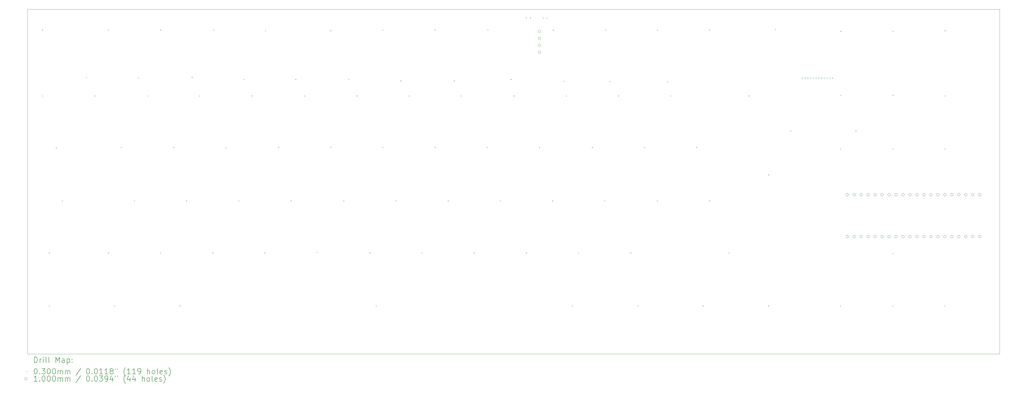
<source format=gbr>
%TF.GenerationSoftware,KiCad,Pcbnew,8.0.6*%
%TF.CreationDate,2024-12-17T01:07:59+01:00*%
%TF.ProjectId,wxKeyboard,77784b65-7962-46f6-9172-642e6b696361,rev?*%
%TF.SameCoordinates,Original*%
%TF.FileFunction,Drillmap*%
%TF.FilePolarity,Positive*%
%FSLAX45Y45*%
G04 Gerber Fmt 4.5, Leading zero omitted, Abs format (unit mm)*
G04 Created by KiCad (PCBNEW 8.0.6) date 2024-12-17 01:07:59*
%MOMM*%
%LPD*%
G01*
G04 APERTURE LIST*
%ADD10C,0.050000*%
%ADD11C,0.200000*%
%ADD12C,0.100000*%
G04 APERTURE END LIST*
D10*
X17300000Y-31350000D02*
X52710000Y-31350000D01*
X52710000Y-43900000D01*
X17300000Y-43900000D01*
X17300000Y-31350000D01*
D11*
D12*
X17835000Y-32085000D02*
X17865000Y-32115000D01*
X17865000Y-32085000D02*
X17835000Y-32115000D01*
X17835000Y-34485000D02*
X17865000Y-34515000D01*
X17865000Y-34485000D02*
X17835000Y-34515000D01*
X18082500Y-42133125D02*
X18112500Y-42163125D01*
X18112500Y-42133125D02*
X18082500Y-42163125D01*
X18085000Y-40210000D02*
X18115000Y-40240000D01*
X18115000Y-40210000D02*
X18085000Y-40240000D01*
X18335000Y-36385000D02*
X18365000Y-36415000D01*
X18365000Y-36385000D02*
X18335000Y-36415000D01*
X18560000Y-38310000D02*
X18590000Y-38340000D01*
X18590000Y-38310000D02*
X18560000Y-38340000D01*
X19435000Y-33810000D02*
X19465000Y-33840000D01*
X19465000Y-33810000D02*
X19435000Y-33840000D01*
X19735000Y-34485000D02*
X19765000Y-34515000D01*
X19765000Y-34485000D02*
X19735000Y-34515000D01*
X20235000Y-32085000D02*
X20265000Y-32115000D01*
X20265000Y-32085000D02*
X20235000Y-32115000D01*
X20235000Y-40210000D02*
X20265000Y-40240000D01*
X20265000Y-40210000D02*
X20235000Y-40240000D01*
X20463750Y-42133125D02*
X20493750Y-42163125D01*
X20493750Y-42133125D02*
X20463750Y-42163125D01*
X20710000Y-36360000D02*
X20740000Y-36390000D01*
X20740000Y-36360000D02*
X20710000Y-36390000D01*
X21185000Y-38310000D02*
X21215000Y-38340000D01*
X21215000Y-38310000D02*
X21185000Y-38340000D01*
X21335000Y-33829000D02*
X21365000Y-33859000D01*
X21365000Y-33829000D02*
X21335000Y-33859000D01*
X21660000Y-34485000D02*
X21690000Y-34515000D01*
X21690000Y-34485000D02*
X21660000Y-34515000D01*
X22135000Y-32085000D02*
X22165000Y-32115000D01*
X22165000Y-32085000D02*
X22135000Y-32115000D01*
X22135000Y-40210000D02*
X22165000Y-40240000D01*
X22165000Y-40210000D02*
X22135000Y-40240000D01*
X22610000Y-36360000D02*
X22640000Y-36390000D01*
X22640000Y-36360000D02*
X22610000Y-36390000D01*
X22845000Y-42133125D02*
X22875000Y-42163125D01*
X22875000Y-42133125D02*
X22845000Y-42163125D01*
X23085000Y-38310000D02*
X23115000Y-38340000D01*
X23115000Y-38310000D02*
X23085000Y-38340000D01*
X23285000Y-33810000D02*
X23315000Y-33840000D01*
X23315000Y-33810000D02*
X23285000Y-33840000D01*
X23560000Y-34485000D02*
X23590000Y-34515000D01*
X23590000Y-34485000D02*
X23560000Y-34515000D01*
X24035000Y-40210000D02*
X24065000Y-40240000D01*
X24065000Y-40210000D02*
X24035000Y-40240000D01*
X24060000Y-32085000D02*
X24090000Y-32115000D01*
X24090000Y-32085000D02*
X24060000Y-32115000D01*
X24510000Y-36385000D02*
X24540000Y-36415000D01*
X24540000Y-36385000D02*
X24510000Y-36415000D01*
X24985000Y-38310000D02*
X25015000Y-38340000D01*
X25015000Y-38310000D02*
X24985000Y-38340000D01*
X25185000Y-33885000D02*
X25215000Y-33915000D01*
X25215000Y-33885000D02*
X25185000Y-33915000D01*
X25460000Y-34485000D02*
X25490000Y-34515000D01*
X25490000Y-34485000D02*
X25460000Y-34515000D01*
X25935000Y-40210000D02*
X25965000Y-40240000D01*
X25965000Y-40210000D02*
X25935000Y-40240000D01*
X25960000Y-32110000D02*
X25990000Y-32140000D01*
X25990000Y-32110000D02*
X25960000Y-32140000D01*
X26435000Y-36360000D02*
X26465000Y-36390000D01*
X26465000Y-36360000D02*
X26435000Y-36390000D01*
X26885000Y-38310000D02*
X26915000Y-38340000D01*
X26915000Y-38310000D02*
X26885000Y-38340000D01*
X27060000Y-33885000D02*
X27090000Y-33915000D01*
X27090000Y-33885000D02*
X27060000Y-33915000D01*
X27385000Y-34485000D02*
X27415000Y-34515000D01*
X27415000Y-34485000D02*
X27385000Y-34515000D01*
X27835000Y-40185000D02*
X27865000Y-40215000D01*
X27865000Y-40185000D02*
X27835000Y-40215000D01*
X28335000Y-32110000D02*
X28365000Y-32140000D01*
X28365000Y-32110000D02*
X28335000Y-32140000D01*
X28335000Y-36360000D02*
X28365000Y-36390000D01*
X28365000Y-36360000D02*
X28335000Y-36390000D01*
X28810000Y-38310000D02*
X28840000Y-38340000D01*
X28840000Y-38310000D02*
X28810000Y-38340000D01*
X28985000Y-33885000D02*
X29015000Y-33915000D01*
X29015000Y-33885000D02*
X28985000Y-33915000D01*
X29285000Y-34485000D02*
X29315000Y-34515000D01*
X29315000Y-34485000D02*
X29285000Y-34515000D01*
X29760000Y-40210000D02*
X29790000Y-40240000D01*
X29790000Y-40210000D02*
X29760000Y-40240000D01*
X29988750Y-42133125D02*
X30018750Y-42163125D01*
X30018750Y-42133125D02*
X29988750Y-42163125D01*
X30235000Y-32085000D02*
X30265000Y-32115000D01*
X30265000Y-32085000D02*
X30235000Y-32115000D01*
X30235000Y-36360000D02*
X30265000Y-36390000D01*
X30265000Y-36360000D02*
X30235000Y-36390000D01*
X30710000Y-38310000D02*
X30740000Y-38340000D01*
X30740000Y-38310000D02*
X30710000Y-38340000D01*
X30885000Y-33935000D02*
X30915000Y-33965000D01*
X30915000Y-33935000D02*
X30885000Y-33965000D01*
X31185000Y-34485000D02*
X31215000Y-34515000D01*
X31215000Y-34485000D02*
X31185000Y-34515000D01*
X31660000Y-40210000D02*
X31690000Y-40240000D01*
X31690000Y-40210000D02*
X31660000Y-40240000D01*
X32135000Y-32085000D02*
X32165000Y-32115000D01*
X32165000Y-32085000D02*
X32135000Y-32115000D01*
X32135000Y-36360000D02*
X32165000Y-36390000D01*
X32165000Y-36360000D02*
X32135000Y-36390000D01*
X32610000Y-38310000D02*
X32640000Y-38340000D01*
X32640000Y-38310000D02*
X32610000Y-38340000D01*
X32835000Y-33935000D02*
X32865000Y-33965000D01*
X32865000Y-33935000D02*
X32835000Y-33965000D01*
X33085000Y-34485000D02*
X33115000Y-34515000D01*
X33115000Y-34485000D02*
X33085000Y-34515000D01*
X33560000Y-40210000D02*
X33590000Y-40240000D01*
X33590000Y-40210000D02*
X33560000Y-40240000D01*
X34035000Y-36360000D02*
X34065000Y-36390000D01*
X34065000Y-36360000D02*
X34035000Y-36390000D01*
X34060000Y-32085000D02*
X34090000Y-32115000D01*
X34090000Y-32085000D02*
X34060000Y-32115000D01*
X34510000Y-38310000D02*
X34540000Y-38340000D01*
X34540000Y-38310000D02*
X34510000Y-38340000D01*
X34900000Y-33885000D02*
X34930000Y-33915000D01*
X34930000Y-33885000D02*
X34900000Y-33915000D01*
X35010000Y-34485000D02*
X35040000Y-34515000D01*
X35040000Y-34485000D02*
X35010000Y-34515000D01*
X35455000Y-31645000D02*
X35485000Y-31675000D01*
X35485000Y-31645000D02*
X35455000Y-31675000D01*
X35460000Y-40210000D02*
X35490000Y-40240000D01*
X35490000Y-40210000D02*
X35460000Y-40240000D01*
X35605000Y-31645000D02*
X35635000Y-31675000D01*
X35635000Y-31645000D02*
X35605000Y-31675000D01*
X35935000Y-36360000D02*
X35965000Y-36390000D01*
X35965000Y-36360000D02*
X35935000Y-36390000D01*
X36075000Y-31645000D02*
X36105000Y-31675000D01*
X36105000Y-31645000D02*
X36075000Y-31675000D01*
X36205000Y-31645000D02*
X36235000Y-31675000D01*
X36235000Y-31645000D02*
X36205000Y-31675000D01*
X36410000Y-38310000D02*
X36440000Y-38340000D01*
X36440000Y-38310000D02*
X36410000Y-38340000D01*
X36435000Y-32085000D02*
X36465000Y-32115000D01*
X36465000Y-32085000D02*
X36435000Y-32115000D01*
X36822500Y-33947500D02*
X36852500Y-33977500D01*
X36852500Y-33947500D02*
X36822500Y-33977500D01*
X36910000Y-34485000D02*
X36940000Y-34515000D01*
X36940000Y-34485000D02*
X36910000Y-34515000D01*
X37132500Y-42133125D02*
X37162500Y-42163125D01*
X37162500Y-42133125D02*
X37132500Y-42163125D01*
X37360000Y-40210000D02*
X37390000Y-40240000D01*
X37390000Y-40210000D02*
X37360000Y-40240000D01*
X37860000Y-36360000D02*
X37890000Y-36390000D01*
X37890000Y-36360000D02*
X37860000Y-36390000D01*
X38310000Y-38310000D02*
X38340000Y-38340000D01*
X38340000Y-38310000D02*
X38310000Y-38340000D01*
X38335000Y-32085000D02*
X38365000Y-32115000D01*
X38365000Y-32085000D02*
X38335000Y-32115000D01*
X38510000Y-33960000D02*
X38540000Y-33990000D01*
X38540000Y-33960000D02*
X38510000Y-33990000D01*
X38810000Y-34485000D02*
X38840000Y-34515000D01*
X38840000Y-34485000D02*
X38810000Y-34515000D01*
X39260000Y-40210000D02*
X39290000Y-40240000D01*
X39290000Y-40210000D02*
X39260000Y-40240000D01*
X39513750Y-42133125D02*
X39543750Y-42163125D01*
X39543750Y-42133125D02*
X39513750Y-42163125D01*
X39760000Y-36360000D02*
X39790000Y-36390000D01*
X39790000Y-36360000D02*
X39760000Y-36390000D01*
X40235000Y-32085000D02*
X40265000Y-32115000D01*
X40265000Y-32085000D02*
X40235000Y-32115000D01*
X40235000Y-38310000D02*
X40265000Y-38340000D01*
X40265000Y-38310000D02*
X40235000Y-38340000D01*
X40597500Y-33972500D02*
X40627500Y-34002500D01*
X40627500Y-33972500D02*
X40597500Y-34002500D01*
X40710000Y-34485000D02*
X40740000Y-34515000D01*
X40740000Y-34485000D02*
X40710000Y-34515000D01*
X41660000Y-36360000D02*
X41690000Y-36390000D01*
X41690000Y-36360000D02*
X41660000Y-36390000D01*
X41895000Y-42133125D02*
X41925000Y-42163125D01*
X41925000Y-42133125D02*
X41895000Y-42163125D01*
X42135000Y-32085000D02*
X42165000Y-32115000D01*
X42165000Y-32085000D02*
X42135000Y-32115000D01*
X42135000Y-38310000D02*
X42165000Y-38340000D01*
X42165000Y-38310000D02*
X42135000Y-38340000D01*
X42835000Y-40210000D02*
X42865000Y-40240000D01*
X42865000Y-40210000D02*
X42835000Y-40240000D01*
X43560000Y-34485000D02*
X43590000Y-34515000D01*
X43590000Y-34485000D02*
X43560000Y-34515000D01*
X44276250Y-42133125D02*
X44306250Y-42163125D01*
X44306250Y-42133125D02*
X44276250Y-42163125D01*
X44285000Y-37360000D02*
X44315000Y-37390000D01*
X44315000Y-37360000D02*
X44285000Y-37390000D01*
X44535000Y-32060000D02*
X44565000Y-32090000D01*
X44565000Y-32060000D02*
X44535000Y-32090000D01*
X45085000Y-35760000D02*
X45115000Y-35790000D01*
X45115000Y-35760000D02*
X45085000Y-35790000D01*
X45510000Y-33835000D02*
X45540000Y-33865000D01*
X45540000Y-33835000D02*
X45510000Y-33865000D01*
X45610000Y-33835000D02*
X45640000Y-33865000D01*
X45640000Y-33835000D02*
X45610000Y-33865000D01*
X45710000Y-33835000D02*
X45740000Y-33865000D01*
X45740000Y-33835000D02*
X45710000Y-33865000D01*
X45810000Y-33835000D02*
X45840000Y-33865000D01*
X45840000Y-33835000D02*
X45810000Y-33865000D01*
X45910000Y-33835000D02*
X45940000Y-33865000D01*
X45940000Y-33835000D02*
X45910000Y-33865000D01*
X46010000Y-33835000D02*
X46040000Y-33865000D01*
X46040000Y-33835000D02*
X46010000Y-33865000D01*
X46110000Y-33835000D02*
X46140000Y-33865000D01*
X46140000Y-33835000D02*
X46110000Y-33865000D01*
X46210000Y-33835000D02*
X46240000Y-33865000D01*
X46240000Y-33835000D02*
X46210000Y-33865000D01*
X46310000Y-33836395D02*
X46340000Y-33866395D01*
X46340000Y-33836395D02*
X46310000Y-33866395D01*
X46410000Y-33835000D02*
X46440000Y-33865000D01*
X46440000Y-33835000D02*
X46410000Y-33865000D01*
X46510000Y-33835000D02*
X46540000Y-33865000D01*
X46540000Y-33835000D02*
X46510000Y-33865000D01*
X46610000Y-33835000D02*
X46640000Y-33865000D01*
X46640000Y-33835000D02*
X46610000Y-33865000D01*
X46895625Y-36418125D02*
X46925625Y-36448125D01*
X46925625Y-36418125D02*
X46895625Y-36448125D01*
X46895625Y-42133125D02*
X46925625Y-42163125D01*
X46925625Y-42133125D02*
X46895625Y-42163125D01*
X46910000Y-32135000D02*
X46940000Y-32165000D01*
X46940000Y-32135000D02*
X46910000Y-32165000D01*
X46910000Y-34460000D02*
X46940000Y-34490000D01*
X46940000Y-34460000D02*
X46910000Y-34490000D01*
X47460000Y-35760000D02*
X47490000Y-35790000D01*
X47490000Y-35760000D02*
X47460000Y-35790000D01*
X48800625Y-36418125D02*
X48830625Y-36448125D01*
X48830625Y-36418125D02*
X48800625Y-36448125D01*
X48800625Y-40228125D02*
X48830625Y-40258125D01*
X48830625Y-40228125D02*
X48800625Y-40258125D01*
X48800625Y-42133125D02*
X48830625Y-42163125D01*
X48830625Y-42133125D02*
X48800625Y-42163125D01*
X48810000Y-32135000D02*
X48840000Y-32165000D01*
X48840000Y-32135000D02*
X48810000Y-32165000D01*
X48810000Y-34460000D02*
X48840000Y-34490000D01*
X48840000Y-34460000D02*
X48810000Y-34490000D01*
X50705625Y-36418125D02*
X50735625Y-36448125D01*
X50735625Y-36418125D02*
X50705625Y-36448125D01*
X50705625Y-42133125D02*
X50735625Y-42163125D01*
X50735625Y-42133125D02*
X50705625Y-42163125D01*
X50710000Y-32110000D02*
X50740000Y-32140000D01*
X50740000Y-32110000D02*
X50710000Y-32140000D01*
X50710000Y-34485000D02*
X50740000Y-34515000D01*
X50740000Y-34485000D02*
X50710000Y-34515000D01*
X36000000Y-32150000D02*
G75*
G02*
X35900000Y-32150000I-50000J0D01*
G01*
X35900000Y-32150000D02*
G75*
G02*
X36000000Y-32150000I50000J0D01*
G01*
X36000000Y-32404000D02*
G75*
G02*
X35900000Y-32404000I-50000J0D01*
G01*
X35900000Y-32404000D02*
G75*
G02*
X36000000Y-32404000I50000J0D01*
G01*
X36000000Y-32658000D02*
G75*
G02*
X35900000Y-32658000I-50000J0D01*
G01*
X35900000Y-32658000D02*
G75*
G02*
X36000000Y-32658000I50000J0D01*
G01*
X36000000Y-32912000D02*
G75*
G02*
X35900000Y-32912000I-50000J0D01*
G01*
X35900000Y-32912000D02*
G75*
G02*
X36000000Y-32912000I50000J0D01*
G01*
X47212000Y-38100000D02*
G75*
G02*
X47112000Y-38100000I-50000J0D01*
G01*
X47112000Y-38100000D02*
G75*
G02*
X47212000Y-38100000I50000J0D01*
G01*
X47212000Y-39624000D02*
G75*
G02*
X47112000Y-39624000I-50000J0D01*
G01*
X47112000Y-39624000D02*
G75*
G02*
X47212000Y-39624000I50000J0D01*
G01*
X47466000Y-38100000D02*
G75*
G02*
X47366000Y-38100000I-50000J0D01*
G01*
X47366000Y-38100000D02*
G75*
G02*
X47466000Y-38100000I50000J0D01*
G01*
X47466000Y-39624000D02*
G75*
G02*
X47366000Y-39624000I-50000J0D01*
G01*
X47366000Y-39624000D02*
G75*
G02*
X47466000Y-39624000I50000J0D01*
G01*
X47720000Y-38100000D02*
G75*
G02*
X47620000Y-38100000I-50000J0D01*
G01*
X47620000Y-38100000D02*
G75*
G02*
X47720000Y-38100000I50000J0D01*
G01*
X47720000Y-39624000D02*
G75*
G02*
X47620000Y-39624000I-50000J0D01*
G01*
X47620000Y-39624000D02*
G75*
G02*
X47720000Y-39624000I50000J0D01*
G01*
X47974000Y-38100000D02*
G75*
G02*
X47874000Y-38100000I-50000J0D01*
G01*
X47874000Y-38100000D02*
G75*
G02*
X47974000Y-38100000I50000J0D01*
G01*
X47974000Y-39624000D02*
G75*
G02*
X47874000Y-39624000I-50000J0D01*
G01*
X47874000Y-39624000D02*
G75*
G02*
X47974000Y-39624000I50000J0D01*
G01*
X48228000Y-38100000D02*
G75*
G02*
X48128000Y-38100000I-50000J0D01*
G01*
X48128000Y-38100000D02*
G75*
G02*
X48228000Y-38100000I50000J0D01*
G01*
X48228000Y-39624000D02*
G75*
G02*
X48128000Y-39624000I-50000J0D01*
G01*
X48128000Y-39624000D02*
G75*
G02*
X48228000Y-39624000I50000J0D01*
G01*
X48482000Y-38100000D02*
G75*
G02*
X48382000Y-38100000I-50000J0D01*
G01*
X48382000Y-38100000D02*
G75*
G02*
X48482000Y-38100000I50000J0D01*
G01*
X48482000Y-39624000D02*
G75*
G02*
X48382000Y-39624000I-50000J0D01*
G01*
X48382000Y-39624000D02*
G75*
G02*
X48482000Y-39624000I50000J0D01*
G01*
X48736000Y-38100000D02*
G75*
G02*
X48636000Y-38100000I-50000J0D01*
G01*
X48636000Y-38100000D02*
G75*
G02*
X48736000Y-38100000I50000J0D01*
G01*
X48736000Y-39624000D02*
G75*
G02*
X48636000Y-39624000I-50000J0D01*
G01*
X48636000Y-39624000D02*
G75*
G02*
X48736000Y-39624000I50000J0D01*
G01*
X48990000Y-38100000D02*
G75*
G02*
X48890000Y-38100000I-50000J0D01*
G01*
X48890000Y-38100000D02*
G75*
G02*
X48990000Y-38100000I50000J0D01*
G01*
X48990000Y-39624000D02*
G75*
G02*
X48890000Y-39624000I-50000J0D01*
G01*
X48890000Y-39624000D02*
G75*
G02*
X48990000Y-39624000I50000J0D01*
G01*
X49244000Y-38100000D02*
G75*
G02*
X49144000Y-38100000I-50000J0D01*
G01*
X49144000Y-38100000D02*
G75*
G02*
X49244000Y-38100000I50000J0D01*
G01*
X49244000Y-39624000D02*
G75*
G02*
X49144000Y-39624000I-50000J0D01*
G01*
X49144000Y-39624000D02*
G75*
G02*
X49244000Y-39624000I50000J0D01*
G01*
X49498000Y-38100000D02*
G75*
G02*
X49398000Y-38100000I-50000J0D01*
G01*
X49398000Y-38100000D02*
G75*
G02*
X49498000Y-38100000I50000J0D01*
G01*
X49498000Y-39624000D02*
G75*
G02*
X49398000Y-39624000I-50000J0D01*
G01*
X49398000Y-39624000D02*
G75*
G02*
X49498000Y-39624000I50000J0D01*
G01*
X49752000Y-38100000D02*
G75*
G02*
X49652000Y-38100000I-50000J0D01*
G01*
X49652000Y-38100000D02*
G75*
G02*
X49752000Y-38100000I50000J0D01*
G01*
X49752000Y-39624000D02*
G75*
G02*
X49652000Y-39624000I-50000J0D01*
G01*
X49652000Y-39624000D02*
G75*
G02*
X49752000Y-39624000I50000J0D01*
G01*
X50006000Y-38100000D02*
G75*
G02*
X49906000Y-38100000I-50000J0D01*
G01*
X49906000Y-38100000D02*
G75*
G02*
X50006000Y-38100000I50000J0D01*
G01*
X50006000Y-39624000D02*
G75*
G02*
X49906000Y-39624000I-50000J0D01*
G01*
X49906000Y-39624000D02*
G75*
G02*
X50006000Y-39624000I50000J0D01*
G01*
X50260000Y-38100000D02*
G75*
G02*
X50160000Y-38100000I-50000J0D01*
G01*
X50160000Y-38100000D02*
G75*
G02*
X50260000Y-38100000I50000J0D01*
G01*
X50260000Y-39624000D02*
G75*
G02*
X50160000Y-39624000I-50000J0D01*
G01*
X50160000Y-39624000D02*
G75*
G02*
X50260000Y-39624000I50000J0D01*
G01*
X50514000Y-38100000D02*
G75*
G02*
X50414000Y-38100000I-50000J0D01*
G01*
X50414000Y-38100000D02*
G75*
G02*
X50514000Y-38100000I50000J0D01*
G01*
X50514000Y-39624000D02*
G75*
G02*
X50414000Y-39624000I-50000J0D01*
G01*
X50414000Y-39624000D02*
G75*
G02*
X50514000Y-39624000I50000J0D01*
G01*
X50768000Y-38100000D02*
G75*
G02*
X50668000Y-38100000I-50000J0D01*
G01*
X50668000Y-38100000D02*
G75*
G02*
X50768000Y-38100000I50000J0D01*
G01*
X50768000Y-39624000D02*
G75*
G02*
X50668000Y-39624000I-50000J0D01*
G01*
X50668000Y-39624000D02*
G75*
G02*
X50768000Y-39624000I50000J0D01*
G01*
X51022000Y-38100000D02*
G75*
G02*
X50922000Y-38100000I-50000J0D01*
G01*
X50922000Y-38100000D02*
G75*
G02*
X51022000Y-38100000I50000J0D01*
G01*
X51022000Y-39624000D02*
G75*
G02*
X50922000Y-39624000I-50000J0D01*
G01*
X50922000Y-39624000D02*
G75*
G02*
X51022000Y-39624000I50000J0D01*
G01*
X51276000Y-38100000D02*
G75*
G02*
X51176000Y-38100000I-50000J0D01*
G01*
X51176000Y-38100000D02*
G75*
G02*
X51276000Y-38100000I50000J0D01*
G01*
X51276000Y-39624000D02*
G75*
G02*
X51176000Y-39624000I-50000J0D01*
G01*
X51176000Y-39624000D02*
G75*
G02*
X51276000Y-39624000I50000J0D01*
G01*
X51530000Y-38100000D02*
G75*
G02*
X51430000Y-38100000I-50000J0D01*
G01*
X51430000Y-38100000D02*
G75*
G02*
X51530000Y-38100000I50000J0D01*
G01*
X51530000Y-39624000D02*
G75*
G02*
X51430000Y-39624000I-50000J0D01*
G01*
X51430000Y-39624000D02*
G75*
G02*
X51530000Y-39624000I50000J0D01*
G01*
X51784000Y-38100000D02*
G75*
G02*
X51684000Y-38100000I-50000J0D01*
G01*
X51684000Y-38100000D02*
G75*
G02*
X51784000Y-38100000I50000J0D01*
G01*
X51784000Y-39624000D02*
G75*
G02*
X51684000Y-39624000I-50000J0D01*
G01*
X51684000Y-39624000D02*
G75*
G02*
X51784000Y-39624000I50000J0D01*
G01*
X52038000Y-38100000D02*
G75*
G02*
X51938000Y-38100000I-50000J0D01*
G01*
X51938000Y-38100000D02*
G75*
G02*
X52038000Y-38100000I50000J0D01*
G01*
X52038000Y-39624000D02*
G75*
G02*
X51938000Y-39624000I-50000J0D01*
G01*
X51938000Y-39624000D02*
G75*
G02*
X52038000Y-39624000I50000J0D01*
G01*
D11*
X17558277Y-44213984D02*
X17558277Y-44013984D01*
X17558277Y-44013984D02*
X17605896Y-44013984D01*
X17605896Y-44013984D02*
X17634467Y-44023508D01*
X17634467Y-44023508D02*
X17653515Y-44042555D01*
X17653515Y-44042555D02*
X17663039Y-44061603D01*
X17663039Y-44061603D02*
X17672563Y-44099698D01*
X17672563Y-44099698D02*
X17672563Y-44128270D01*
X17672563Y-44128270D02*
X17663039Y-44166365D01*
X17663039Y-44166365D02*
X17653515Y-44185412D01*
X17653515Y-44185412D02*
X17634467Y-44204460D01*
X17634467Y-44204460D02*
X17605896Y-44213984D01*
X17605896Y-44213984D02*
X17558277Y-44213984D01*
X17758277Y-44213984D02*
X17758277Y-44080650D01*
X17758277Y-44118746D02*
X17767801Y-44099698D01*
X17767801Y-44099698D02*
X17777324Y-44090174D01*
X17777324Y-44090174D02*
X17796372Y-44080650D01*
X17796372Y-44080650D02*
X17815420Y-44080650D01*
X17882086Y-44213984D02*
X17882086Y-44080650D01*
X17882086Y-44013984D02*
X17872563Y-44023508D01*
X17872563Y-44023508D02*
X17882086Y-44033031D01*
X17882086Y-44033031D02*
X17891610Y-44023508D01*
X17891610Y-44023508D02*
X17882086Y-44013984D01*
X17882086Y-44013984D02*
X17882086Y-44033031D01*
X18005896Y-44213984D02*
X17986848Y-44204460D01*
X17986848Y-44204460D02*
X17977324Y-44185412D01*
X17977324Y-44185412D02*
X17977324Y-44013984D01*
X18110658Y-44213984D02*
X18091610Y-44204460D01*
X18091610Y-44204460D02*
X18082086Y-44185412D01*
X18082086Y-44185412D02*
X18082086Y-44013984D01*
X18339229Y-44213984D02*
X18339229Y-44013984D01*
X18339229Y-44013984D02*
X18405896Y-44156841D01*
X18405896Y-44156841D02*
X18472563Y-44013984D01*
X18472563Y-44013984D02*
X18472563Y-44213984D01*
X18653515Y-44213984D02*
X18653515Y-44109222D01*
X18653515Y-44109222D02*
X18643991Y-44090174D01*
X18643991Y-44090174D02*
X18624944Y-44080650D01*
X18624944Y-44080650D02*
X18586848Y-44080650D01*
X18586848Y-44080650D02*
X18567801Y-44090174D01*
X18653515Y-44204460D02*
X18634467Y-44213984D01*
X18634467Y-44213984D02*
X18586848Y-44213984D01*
X18586848Y-44213984D02*
X18567801Y-44204460D01*
X18567801Y-44204460D02*
X18558277Y-44185412D01*
X18558277Y-44185412D02*
X18558277Y-44166365D01*
X18558277Y-44166365D02*
X18567801Y-44147317D01*
X18567801Y-44147317D02*
X18586848Y-44137793D01*
X18586848Y-44137793D02*
X18634467Y-44137793D01*
X18634467Y-44137793D02*
X18653515Y-44128270D01*
X18748753Y-44080650D02*
X18748753Y-44280650D01*
X18748753Y-44090174D02*
X18767801Y-44080650D01*
X18767801Y-44080650D02*
X18805896Y-44080650D01*
X18805896Y-44080650D02*
X18824944Y-44090174D01*
X18824944Y-44090174D02*
X18834467Y-44099698D01*
X18834467Y-44099698D02*
X18843991Y-44118746D01*
X18843991Y-44118746D02*
X18843991Y-44175889D01*
X18843991Y-44175889D02*
X18834467Y-44194936D01*
X18834467Y-44194936D02*
X18824944Y-44204460D01*
X18824944Y-44204460D02*
X18805896Y-44213984D01*
X18805896Y-44213984D02*
X18767801Y-44213984D01*
X18767801Y-44213984D02*
X18748753Y-44204460D01*
X18929705Y-44194936D02*
X18939229Y-44204460D01*
X18939229Y-44204460D02*
X18929705Y-44213984D01*
X18929705Y-44213984D02*
X18920182Y-44204460D01*
X18920182Y-44204460D02*
X18929705Y-44194936D01*
X18929705Y-44194936D02*
X18929705Y-44213984D01*
X18929705Y-44090174D02*
X18939229Y-44099698D01*
X18939229Y-44099698D02*
X18929705Y-44109222D01*
X18929705Y-44109222D02*
X18920182Y-44099698D01*
X18920182Y-44099698D02*
X18929705Y-44090174D01*
X18929705Y-44090174D02*
X18929705Y-44109222D01*
D12*
X17267500Y-44527500D02*
X17297500Y-44557500D01*
X17297500Y-44527500D02*
X17267500Y-44557500D01*
D11*
X17596372Y-44433984D02*
X17615420Y-44433984D01*
X17615420Y-44433984D02*
X17634467Y-44443508D01*
X17634467Y-44443508D02*
X17643991Y-44453031D01*
X17643991Y-44453031D02*
X17653515Y-44472079D01*
X17653515Y-44472079D02*
X17663039Y-44510174D01*
X17663039Y-44510174D02*
X17663039Y-44557793D01*
X17663039Y-44557793D02*
X17653515Y-44595889D01*
X17653515Y-44595889D02*
X17643991Y-44614936D01*
X17643991Y-44614936D02*
X17634467Y-44624460D01*
X17634467Y-44624460D02*
X17615420Y-44633984D01*
X17615420Y-44633984D02*
X17596372Y-44633984D01*
X17596372Y-44633984D02*
X17577324Y-44624460D01*
X17577324Y-44624460D02*
X17567801Y-44614936D01*
X17567801Y-44614936D02*
X17558277Y-44595889D01*
X17558277Y-44595889D02*
X17548753Y-44557793D01*
X17548753Y-44557793D02*
X17548753Y-44510174D01*
X17548753Y-44510174D02*
X17558277Y-44472079D01*
X17558277Y-44472079D02*
X17567801Y-44453031D01*
X17567801Y-44453031D02*
X17577324Y-44443508D01*
X17577324Y-44443508D02*
X17596372Y-44433984D01*
X17748753Y-44614936D02*
X17758277Y-44624460D01*
X17758277Y-44624460D02*
X17748753Y-44633984D01*
X17748753Y-44633984D02*
X17739229Y-44624460D01*
X17739229Y-44624460D02*
X17748753Y-44614936D01*
X17748753Y-44614936D02*
X17748753Y-44633984D01*
X17824944Y-44433984D02*
X17948753Y-44433984D01*
X17948753Y-44433984D02*
X17882086Y-44510174D01*
X17882086Y-44510174D02*
X17910658Y-44510174D01*
X17910658Y-44510174D02*
X17929705Y-44519698D01*
X17929705Y-44519698D02*
X17939229Y-44529222D01*
X17939229Y-44529222D02*
X17948753Y-44548270D01*
X17948753Y-44548270D02*
X17948753Y-44595889D01*
X17948753Y-44595889D02*
X17939229Y-44614936D01*
X17939229Y-44614936D02*
X17929705Y-44624460D01*
X17929705Y-44624460D02*
X17910658Y-44633984D01*
X17910658Y-44633984D02*
X17853515Y-44633984D01*
X17853515Y-44633984D02*
X17834467Y-44624460D01*
X17834467Y-44624460D02*
X17824944Y-44614936D01*
X18072563Y-44433984D02*
X18091610Y-44433984D01*
X18091610Y-44433984D02*
X18110658Y-44443508D01*
X18110658Y-44443508D02*
X18120182Y-44453031D01*
X18120182Y-44453031D02*
X18129705Y-44472079D01*
X18129705Y-44472079D02*
X18139229Y-44510174D01*
X18139229Y-44510174D02*
X18139229Y-44557793D01*
X18139229Y-44557793D02*
X18129705Y-44595889D01*
X18129705Y-44595889D02*
X18120182Y-44614936D01*
X18120182Y-44614936D02*
X18110658Y-44624460D01*
X18110658Y-44624460D02*
X18091610Y-44633984D01*
X18091610Y-44633984D02*
X18072563Y-44633984D01*
X18072563Y-44633984D02*
X18053515Y-44624460D01*
X18053515Y-44624460D02*
X18043991Y-44614936D01*
X18043991Y-44614936D02*
X18034467Y-44595889D01*
X18034467Y-44595889D02*
X18024944Y-44557793D01*
X18024944Y-44557793D02*
X18024944Y-44510174D01*
X18024944Y-44510174D02*
X18034467Y-44472079D01*
X18034467Y-44472079D02*
X18043991Y-44453031D01*
X18043991Y-44453031D02*
X18053515Y-44443508D01*
X18053515Y-44443508D02*
X18072563Y-44433984D01*
X18263039Y-44433984D02*
X18282086Y-44433984D01*
X18282086Y-44433984D02*
X18301134Y-44443508D01*
X18301134Y-44443508D02*
X18310658Y-44453031D01*
X18310658Y-44453031D02*
X18320182Y-44472079D01*
X18320182Y-44472079D02*
X18329705Y-44510174D01*
X18329705Y-44510174D02*
X18329705Y-44557793D01*
X18329705Y-44557793D02*
X18320182Y-44595889D01*
X18320182Y-44595889D02*
X18310658Y-44614936D01*
X18310658Y-44614936D02*
X18301134Y-44624460D01*
X18301134Y-44624460D02*
X18282086Y-44633984D01*
X18282086Y-44633984D02*
X18263039Y-44633984D01*
X18263039Y-44633984D02*
X18243991Y-44624460D01*
X18243991Y-44624460D02*
X18234467Y-44614936D01*
X18234467Y-44614936D02*
X18224944Y-44595889D01*
X18224944Y-44595889D02*
X18215420Y-44557793D01*
X18215420Y-44557793D02*
X18215420Y-44510174D01*
X18215420Y-44510174D02*
X18224944Y-44472079D01*
X18224944Y-44472079D02*
X18234467Y-44453031D01*
X18234467Y-44453031D02*
X18243991Y-44443508D01*
X18243991Y-44443508D02*
X18263039Y-44433984D01*
X18415420Y-44633984D02*
X18415420Y-44500650D01*
X18415420Y-44519698D02*
X18424944Y-44510174D01*
X18424944Y-44510174D02*
X18443991Y-44500650D01*
X18443991Y-44500650D02*
X18472563Y-44500650D01*
X18472563Y-44500650D02*
X18491610Y-44510174D01*
X18491610Y-44510174D02*
X18501134Y-44529222D01*
X18501134Y-44529222D02*
X18501134Y-44633984D01*
X18501134Y-44529222D02*
X18510658Y-44510174D01*
X18510658Y-44510174D02*
X18529705Y-44500650D01*
X18529705Y-44500650D02*
X18558277Y-44500650D01*
X18558277Y-44500650D02*
X18577325Y-44510174D01*
X18577325Y-44510174D02*
X18586848Y-44529222D01*
X18586848Y-44529222D02*
X18586848Y-44633984D01*
X18682086Y-44633984D02*
X18682086Y-44500650D01*
X18682086Y-44519698D02*
X18691610Y-44510174D01*
X18691610Y-44510174D02*
X18710658Y-44500650D01*
X18710658Y-44500650D02*
X18739229Y-44500650D01*
X18739229Y-44500650D02*
X18758277Y-44510174D01*
X18758277Y-44510174D02*
X18767801Y-44529222D01*
X18767801Y-44529222D02*
X18767801Y-44633984D01*
X18767801Y-44529222D02*
X18777325Y-44510174D01*
X18777325Y-44510174D02*
X18796372Y-44500650D01*
X18796372Y-44500650D02*
X18824944Y-44500650D01*
X18824944Y-44500650D02*
X18843991Y-44510174D01*
X18843991Y-44510174D02*
X18853515Y-44529222D01*
X18853515Y-44529222D02*
X18853515Y-44633984D01*
X19243991Y-44424460D02*
X19072563Y-44681603D01*
X19501134Y-44433984D02*
X19520182Y-44433984D01*
X19520182Y-44433984D02*
X19539229Y-44443508D01*
X19539229Y-44443508D02*
X19548753Y-44453031D01*
X19548753Y-44453031D02*
X19558277Y-44472079D01*
X19558277Y-44472079D02*
X19567801Y-44510174D01*
X19567801Y-44510174D02*
X19567801Y-44557793D01*
X19567801Y-44557793D02*
X19558277Y-44595889D01*
X19558277Y-44595889D02*
X19548753Y-44614936D01*
X19548753Y-44614936D02*
X19539229Y-44624460D01*
X19539229Y-44624460D02*
X19520182Y-44633984D01*
X19520182Y-44633984D02*
X19501134Y-44633984D01*
X19501134Y-44633984D02*
X19482087Y-44624460D01*
X19482087Y-44624460D02*
X19472563Y-44614936D01*
X19472563Y-44614936D02*
X19463039Y-44595889D01*
X19463039Y-44595889D02*
X19453515Y-44557793D01*
X19453515Y-44557793D02*
X19453515Y-44510174D01*
X19453515Y-44510174D02*
X19463039Y-44472079D01*
X19463039Y-44472079D02*
X19472563Y-44453031D01*
X19472563Y-44453031D02*
X19482087Y-44443508D01*
X19482087Y-44443508D02*
X19501134Y-44433984D01*
X19653515Y-44614936D02*
X19663039Y-44624460D01*
X19663039Y-44624460D02*
X19653515Y-44633984D01*
X19653515Y-44633984D02*
X19643991Y-44624460D01*
X19643991Y-44624460D02*
X19653515Y-44614936D01*
X19653515Y-44614936D02*
X19653515Y-44633984D01*
X19786848Y-44433984D02*
X19805896Y-44433984D01*
X19805896Y-44433984D02*
X19824944Y-44443508D01*
X19824944Y-44443508D02*
X19834468Y-44453031D01*
X19834468Y-44453031D02*
X19843991Y-44472079D01*
X19843991Y-44472079D02*
X19853515Y-44510174D01*
X19853515Y-44510174D02*
X19853515Y-44557793D01*
X19853515Y-44557793D02*
X19843991Y-44595889D01*
X19843991Y-44595889D02*
X19834468Y-44614936D01*
X19834468Y-44614936D02*
X19824944Y-44624460D01*
X19824944Y-44624460D02*
X19805896Y-44633984D01*
X19805896Y-44633984D02*
X19786848Y-44633984D01*
X19786848Y-44633984D02*
X19767801Y-44624460D01*
X19767801Y-44624460D02*
X19758277Y-44614936D01*
X19758277Y-44614936D02*
X19748753Y-44595889D01*
X19748753Y-44595889D02*
X19739229Y-44557793D01*
X19739229Y-44557793D02*
X19739229Y-44510174D01*
X19739229Y-44510174D02*
X19748753Y-44472079D01*
X19748753Y-44472079D02*
X19758277Y-44453031D01*
X19758277Y-44453031D02*
X19767801Y-44443508D01*
X19767801Y-44443508D02*
X19786848Y-44433984D01*
X20043991Y-44633984D02*
X19929706Y-44633984D01*
X19986848Y-44633984D02*
X19986848Y-44433984D01*
X19986848Y-44433984D02*
X19967801Y-44462555D01*
X19967801Y-44462555D02*
X19948753Y-44481603D01*
X19948753Y-44481603D02*
X19929706Y-44491127D01*
X20234468Y-44633984D02*
X20120182Y-44633984D01*
X20177325Y-44633984D02*
X20177325Y-44433984D01*
X20177325Y-44433984D02*
X20158277Y-44462555D01*
X20158277Y-44462555D02*
X20139229Y-44481603D01*
X20139229Y-44481603D02*
X20120182Y-44491127D01*
X20348753Y-44519698D02*
X20329706Y-44510174D01*
X20329706Y-44510174D02*
X20320182Y-44500650D01*
X20320182Y-44500650D02*
X20310658Y-44481603D01*
X20310658Y-44481603D02*
X20310658Y-44472079D01*
X20310658Y-44472079D02*
X20320182Y-44453031D01*
X20320182Y-44453031D02*
X20329706Y-44443508D01*
X20329706Y-44443508D02*
X20348753Y-44433984D01*
X20348753Y-44433984D02*
X20386849Y-44433984D01*
X20386849Y-44433984D02*
X20405896Y-44443508D01*
X20405896Y-44443508D02*
X20415420Y-44453031D01*
X20415420Y-44453031D02*
X20424944Y-44472079D01*
X20424944Y-44472079D02*
X20424944Y-44481603D01*
X20424944Y-44481603D02*
X20415420Y-44500650D01*
X20415420Y-44500650D02*
X20405896Y-44510174D01*
X20405896Y-44510174D02*
X20386849Y-44519698D01*
X20386849Y-44519698D02*
X20348753Y-44519698D01*
X20348753Y-44519698D02*
X20329706Y-44529222D01*
X20329706Y-44529222D02*
X20320182Y-44538746D01*
X20320182Y-44538746D02*
X20310658Y-44557793D01*
X20310658Y-44557793D02*
X20310658Y-44595889D01*
X20310658Y-44595889D02*
X20320182Y-44614936D01*
X20320182Y-44614936D02*
X20329706Y-44624460D01*
X20329706Y-44624460D02*
X20348753Y-44633984D01*
X20348753Y-44633984D02*
X20386849Y-44633984D01*
X20386849Y-44633984D02*
X20405896Y-44624460D01*
X20405896Y-44624460D02*
X20415420Y-44614936D01*
X20415420Y-44614936D02*
X20424944Y-44595889D01*
X20424944Y-44595889D02*
X20424944Y-44557793D01*
X20424944Y-44557793D02*
X20415420Y-44538746D01*
X20415420Y-44538746D02*
X20405896Y-44529222D01*
X20405896Y-44529222D02*
X20386849Y-44519698D01*
X20501134Y-44433984D02*
X20501134Y-44472079D01*
X20577325Y-44433984D02*
X20577325Y-44472079D01*
X20872563Y-44710174D02*
X20863039Y-44700650D01*
X20863039Y-44700650D02*
X20843991Y-44672079D01*
X20843991Y-44672079D02*
X20834468Y-44653031D01*
X20834468Y-44653031D02*
X20824944Y-44624460D01*
X20824944Y-44624460D02*
X20815420Y-44576841D01*
X20815420Y-44576841D02*
X20815420Y-44538746D01*
X20815420Y-44538746D02*
X20824944Y-44491127D01*
X20824944Y-44491127D02*
X20834468Y-44462555D01*
X20834468Y-44462555D02*
X20843991Y-44443508D01*
X20843991Y-44443508D02*
X20863039Y-44414936D01*
X20863039Y-44414936D02*
X20872563Y-44405412D01*
X21053515Y-44633984D02*
X20939230Y-44633984D01*
X20996372Y-44633984D02*
X20996372Y-44433984D01*
X20996372Y-44433984D02*
X20977325Y-44462555D01*
X20977325Y-44462555D02*
X20958277Y-44481603D01*
X20958277Y-44481603D02*
X20939230Y-44491127D01*
X21243991Y-44633984D02*
X21129706Y-44633984D01*
X21186849Y-44633984D02*
X21186849Y-44433984D01*
X21186849Y-44433984D02*
X21167801Y-44462555D01*
X21167801Y-44462555D02*
X21148753Y-44481603D01*
X21148753Y-44481603D02*
X21129706Y-44491127D01*
X21339230Y-44633984D02*
X21377325Y-44633984D01*
X21377325Y-44633984D02*
X21396372Y-44624460D01*
X21396372Y-44624460D02*
X21405896Y-44614936D01*
X21405896Y-44614936D02*
X21424944Y-44586365D01*
X21424944Y-44586365D02*
X21434468Y-44548270D01*
X21434468Y-44548270D02*
X21434468Y-44472079D01*
X21434468Y-44472079D02*
X21424944Y-44453031D01*
X21424944Y-44453031D02*
X21415420Y-44443508D01*
X21415420Y-44443508D02*
X21396372Y-44433984D01*
X21396372Y-44433984D02*
X21358277Y-44433984D01*
X21358277Y-44433984D02*
X21339230Y-44443508D01*
X21339230Y-44443508D02*
X21329706Y-44453031D01*
X21329706Y-44453031D02*
X21320182Y-44472079D01*
X21320182Y-44472079D02*
X21320182Y-44519698D01*
X21320182Y-44519698D02*
X21329706Y-44538746D01*
X21329706Y-44538746D02*
X21339230Y-44548270D01*
X21339230Y-44548270D02*
X21358277Y-44557793D01*
X21358277Y-44557793D02*
X21396372Y-44557793D01*
X21396372Y-44557793D02*
X21415420Y-44548270D01*
X21415420Y-44548270D02*
X21424944Y-44538746D01*
X21424944Y-44538746D02*
X21434468Y-44519698D01*
X21672563Y-44633984D02*
X21672563Y-44433984D01*
X21758277Y-44633984D02*
X21758277Y-44529222D01*
X21758277Y-44529222D02*
X21748753Y-44510174D01*
X21748753Y-44510174D02*
X21729706Y-44500650D01*
X21729706Y-44500650D02*
X21701134Y-44500650D01*
X21701134Y-44500650D02*
X21682087Y-44510174D01*
X21682087Y-44510174D02*
X21672563Y-44519698D01*
X21882087Y-44633984D02*
X21863039Y-44624460D01*
X21863039Y-44624460D02*
X21853515Y-44614936D01*
X21853515Y-44614936D02*
X21843992Y-44595889D01*
X21843992Y-44595889D02*
X21843992Y-44538746D01*
X21843992Y-44538746D02*
X21853515Y-44519698D01*
X21853515Y-44519698D02*
X21863039Y-44510174D01*
X21863039Y-44510174D02*
X21882087Y-44500650D01*
X21882087Y-44500650D02*
X21910658Y-44500650D01*
X21910658Y-44500650D02*
X21929706Y-44510174D01*
X21929706Y-44510174D02*
X21939230Y-44519698D01*
X21939230Y-44519698D02*
X21948753Y-44538746D01*
X21948753Y-44538746D02*
X21948753Y-44595889D01*
X21948753Y-44595889D02*
X21939230Y-44614936D01*
X21939230Y-44614936D02*
X21929706Y-44624460D01*
X21929706Y-44624460D02*
X21910658Y-44633984D01*
X21910658Y-44633984D02*
X21882087Y-44633984D01*
X22063039Y-44633984D02*
X22043992Y-44624460D01*
X22043992Y-44624460D02*
X22034468Y-44605412D01*
X22034468Y-44605412D02*
X22034468Y-44433984D01*
X22215420Y-44624460D02*
X22196373Y-44633984D01*
X22196373Y-44633984D02*
X22158277Y-44633984D01*
X22158277Y-44633984D02*
X22139230Y-44624460D01*
X22139230Y-44624460D02*
X22129706Y-44605412D01*
X22129706Y-44605412D02*
X22129706Y-44529222D01*
X22129706Y-44529222D02*
X22139230Y-44510174D01*
X22139230Y-44510174D02*
X22158277Y-44500650D01*
X22158277Y-44500650D02*
X22196373Y-44500650D01*
X22196373Y-44500650D02*
X22215420Y-44510174D01*
X22215420Y-44510174D02*
X22224944Y-44529222D01*
X22224944Y-44529222D02*
X22224944Y-44548270D01*
X22224944Y-44548270D02*
X22129706Y-44567317D01*
X22301134Y-44624460D02*
X22320182Y-44633984D01*
X22320182Y-44633984D02*
X22358277Y-44633984D01*
X22358277Y-44633984D02*
X22377325Y-44624460D01*
X22377325Y-44624460D02*
X22386849Y-44605412D01*
X22386849Y-44605412D02*
X22386849Y-44595889D01*
X22386849Y-44595889D02*
X22377325Y-44576841D01*
X22377325Y-44576841D02*
X22358277Y-44567317D01*
X22358277Y-44567317D02*
X22329706Y-44567317D01*
X22329706Y-44567317D02*
X22310658Y-44557793D01*
X22310658Y-44557793D02*
X22301134Y-44538746D01*
X22301134Y-44538746D02*
X22301134Y-44529222D01*
X22301134Y-44529222D02*
X22310658Y-44510174D01*
X22310658Y-44510174D02*
X22329706Y-44500650D01*
X22329706Y-44500650D02*
X22358277Y-44500650D01*
X22358277Y-44500650D02*
X22377325Y-44510174D01*
X22453515Y-44710174D02*
X22463039Y-44700650D01*
X22463039Y-44700650D02*
X22482087Y-44672079D01*
X22482087Y-44672079D02*
X22491611Y-44653031D01*
X22491611Y-44653031D02*
X22501134Y-44624460D01*
X22501134Y-44624460D02*
X22510658Y-44576841D01*
X22510658Y-44576841D02*
X22510658Y-44538746D01*
X22510658Y-44538746D02*
X22501134Y-44491127D01*
X22501134Y-44491127D02*
X22491611Y-44462555D01*
X22491611Y-44462555D02*
X22482087Y-44443508D01*
X22482087Y-44443508D02*
X22463039Y-44414936D01*
X22463039Y-44414936D02*
X22453515Y-44405412D01*
D12*
X17297500Y-44806500D02*
G75*
G02*
X17197500Y-44806500I-50000J0D01*
G01*
X17197500Y-44806500D02*
G75*
G02*
X17297500Y-44806500I50000J0D01*
G01*
D11*
X17663039Y-44897984D02*
X17548753Y-44897984D01*
X17605896Y-44897984D02*
X17605896Y-44697984D01*
X17605896Y-44697984D02*
X17586848Y-44726555D01*
X17586848Y-44726555D02*
X17567801Y-44745603D01*
X17567801Y-44745603D02*
X17548753Y-44755127D01*
X17748753Y-44878936D02*
X17758277Y-44888460D01*
X17758277Y-44888460D02*
X17748753Y-44897984D01*
X17748753Y-44897984D02*
X17739229Y-44888460D01*
X17739229Y-44888460D02*
X17748753Y-44878936D01*
X17748753Y-44878936D02*
X17748753Y-44897984D01*
X17882086Y-44697984D02*
X17901134Y-44697984D01*
X17901134Y-44697984D02*
X17920182Y-44707508D01*
X17920182Y-44707508D02*
X17929705Y-44717031D01*
X17929705Y-44717031D02*
X17939229Y-44736079D01*
X17939229Y-44736079D02*
X17948753Y-44774174D01*
X17948753Y-44774174D02*
X17948753Y-44821793D01*
X17948753Y-44821793D02*
X17939229Y-44859888D01*
X17939229Y-44859888D02*
X17929705Y-44878936D01*
X17929705Y-44878936D02*
X17920182Y-44888460D01*
X17920182Y-44888460D02*
X17901134Y-44897984D01*
X17901134Y-44897984D02*
X17882086Y-44897984D01*
X17882086Y-44897984D02*
X17863039Y-44888460D01*
X17863039Y-44888460D02*
X17853515Y-44878936D01*
X17853515Y-44878936D02*
X17843991Y-44859888D01*
X17843991Y-44859888D02*
X17834467Y-44821793D01*
X17834467Y-44821793D02*
X17834467Y-44774174D01*
X17834467Y-44774174D02*
X17843991Y-44736079D01*
X17843991Y-44736079D02*
X17853515Y-44717031D01*
X17853515Y-44717031D02*
X17863039Y-44707508D01*
X17863039Y-44707508D02*
X17882086Y-44697984D01*
X18072563Y-44697984D02*
X18091610Y-44697984D01*
X18091610Y-44697984D02*
X18110658Y-44707508D01*
X18110658Y-44707508D02*
X18120182Y-44717031D01*
X18120182Y-44717031D02*
X18129705Y-44736079D01*
X18129705Y-44736079D02*
X18139229Y-44774174D01*
X18139229Y-44774174D02*
X18139229Y-44821793D01*
X18139229Y-44821793D02*
X18129705Y-44859888D01*
X18129705Y-44859888D02*
X18120182Y-44878936D01*
X18120182Y-44878936D02*
X18110658Y-44888460D01*
X18110658Y-44888460D02*
X18091610Y-44897984D01*
X18091610Y-44897984D02*
X18072563Y-44897984D01*
X18072563Y-44897984D02*
X18053515Y-44888460D01*
X18053515Y-44888460D02*
X18043991Y-44878936D01*
X18043991Y-44878936D02*
X18034467Y-44859888D01*
X18034467Y-44859888D02*
X18024944Y-44821793D01*
X18024944Y-44821793D02*
X18024944Y-44774174D01*
X18024944Y-44774174D02*
X18034467Y-44736079D01*
X18034467Y-44736079D02*
X18043991Y-44717031D01*
X18043991Y-44717031D02*
X18053515Y-44707508D01*
X18053515Y-44707508D02*
X18072563Y-44697984D01*
X18263039Y-44697984D02*
X18282086Y-44697984D01*
X18282086Y-44697984D02*
X18301134Y-44707508D01*
X18301134Y-44707508D02*
X18310658Y-44717031D01*
X18310658Y-44717031D02*
X18320182Y-44736079D01*
X18320182Y-44736079D02*
X18329705Y-44774174D01*
X18329705Y-44774174D02*
X18329705Y-44821793D01*
X18329705Y-44821793D02*
X18320182Y-44859888D01*
X18320182Y-44859888D02*
X18310658Y-44878936D01*
X18310658Y-44878936D02*
X18301134Y-44888460D01*
X18301134Y-44888460D02*
X18282086Y-44897984D01*
X18282086Y-44897984D02*
X18263039Y-44897984D01*
X18263039Y-44897984D02*
X18243991Y-44888460D01*
X18243991Y-44888460D02*
X18234467Y-44878936D01*
X18234467Y-44878936D02*
X18224944Y-44859888D01*
X18224944Y-44859888D02*
X18215420Y-44821793D01*
X18215420Y-44821793D02*
X18215420Y-44774174D01*
X18215420Y-44774174D02*
X18224944Y-44736079D01*
X18224944Y-44736079D02*
X18234467Y-44717031D01*
X18234467Y-44717031D02*
X18243991Y-44707508D01*
X18243991Y-44707508D02*
X18263039Y-44697984D01*
X18415420Y-44897984D02*
X18415420Y-44764650D01*
X18415420Y-44783698D02*
X18424944Y-44774174D01*
X18424944Y-44774174D02*
X18443991Y-44764650D01*
X18443991Y-44764650D02*
X18472563Y-44764650D01*
X18472563Y-44764650D02*
X18491610Y-44774174D01*
X18491610Y-44774174D02*
X18501134Y-44793222D01*
X18501134Y-44793222D02*
X18501134Y-44897984D01*
X18501134Y-44793222D02*
X18510658Y-44774174D01*
X18510658Y-44774174D02*
X18529705Y-44764650D01*
X18529705Y-44764650D02*
X18558277Y-44764650D01*
X18558277Y-44764650D02*
X18577325Y-44774174D01*
X18577325Y-44774174D02*
X18586848Y-44793222D01*
X18586848Y-44793222D02*
X18586848Y-44897984D01*
X18682086Y-44897984D02*
X18682086Y-44764650D01*
X18682086Y-44783698D02*
X18691610Y-44774174D01*
X18691610Y-44774174D02*
X18710658Y-44764650D01*
X18710658Y-44764650D02*
X18739229Y-44764650D01*
X18739229Y-44764650D02*
X18758277Y-44774174D01*
X18758277Y-44774174D02*
X18767801Y-44793222D01*
X18767801Y-44793222D02*
X18767801Y-44897984D01*
X18767801Y-44793222D02*
X18777325Y-44774174D01*
X18777325Y-44774174D02*
X18796372Y-44764650D01*
X18796372Y-44764650D02*
X18824944Y-44764650D01*
X18824944Y-44764650D02*
X18843991Y-44774174D01*
X18843991Y-44774174D02*
X18853515Y-44793222D01*
X18853515Y-44793222D02*
X18853515Y-44897984D01*
X19243991Y-44688460D02*
X19072563Y-44945603D01*
X19501134Y-44697984D02*
X19520182Y-44697984D01*
X19520182Y-44697984D02*
X19539229Y-44707508D01*
X19539229Y-44707508D02*
X19548753Y-44717031D01*
X19548753Y-44717031D02*
X19558277Y-44736079D01*
X19558277Y-44736079D02*
X19567801Y-44774174D01*
X19567801Y-44774174D02*
X19567801Y-44821793D01*
X19567801Y-44821793D02*
X19558277Y-44859888D01*
X19558277Y-44859888D02*
X19548753Y-44878936D01*
X19548753Y-44878936D02*
X19539229Y-44888460D01*
X19539229Y-44888460D02*
X19520182Y-44897984D01*
X19520182Y-44897984D02*
X19501134Y-44897984D01*
X19501134Y-44897984D02*
X19482087Y-44888460D01*
X19482087Y-44888460D02*
X19472563Y-44878936D01*
X19472563Y-44878936D02*
X19463039Y-44859888D01*
X19463039Y-44859888D02*
X19453515Y-44821793D01*
X19453515Y-44821793D02*
X19453515Y-44774174D01*
X19453515Y-44774174D02*
X19463039Y-44736079D01*
X19463039Y-44736079D02*
X19472563Y-44717031D01*
X19472563Y-44717031D02*
X19482087Y-44707508D01*
X19482087Y-44707508D02*
X19501134Y-44697984D01*
X19653515Y-44878936D02*
X19663039Y-44888460D01*
X19663039Y-44888460D02*
X19653515Y-44897984D01*
X19653515Y-44897984D02*
X19643991Y-44888460D01*
X19643991Y-44888460D02*
X19653515Y-44878936D01*
X19653515Y-44878936D02*
X19653515Y-44897984D01*
X19786848Y-44697984D02*
X19805896Y-44697984D01*
X19805896Y-44697984D02*
X19824944Y-44707508D01*
X19824944Y-44707508D02*
X19834468Y-44717031D01*
X19834468Y-44717031D02*
X19843991Y-44736079D01*
X19843991Y-44736079D02*
X19853515Y-44774174D01*
X19853515Y-44774174D02*
X19853515Y-44821793D01*
X19853515Y-44821793D02*
X19843991Y-44859888D01*
X19843991Y-44859888D02*
X19834468Y-44878936D01*
X19834468Y-44878936D02*
X19824944Y-44888460D01*
X19824944Y-44888460D02*
X19805896Y-44897984D01*
X19805896Y-44897984D02*
X19786848Y-44897984D01*
X19786848Y-44897984D02*
X19767801Y-44888460D01*
X19767801Y-44888460D02*
X19758277Y-44878936D01*
X19758277Y-44878936D02*
X19748753Y-44859888D01*
X19748753Y-44859888D02*
X19739229Y-44821793D01*
X19739229Y-44821793D02*
X19739229Y-44774174D01*
X19739229Y-44774174D02*
X19748753Y-44736079D01*
X19748753Y-44736079D02*
X19758277Y-44717031D01*
X19758277Y-44717031D02*
X19767801Y-44707508D01*
X19767801Y-44707508D02*
X19786848Y-44697984D01*
X19920182Y-44697984D02*
X20043991Y-44697984D01*
X20043991Y-44697984D02*
X19977325Y-44774174D01*
X19977325Y-44774174D02*
X20005896Y-44774174D01*
X20005896Y-44774174D02*
X20024944Y-44783698D01*
X20024944Y-44783698D02*
X20034468Y-44793222D01*
X20034468Y-44793222D02*
X20043991Y-44812269D01*
X20043991Y-44812269D02*
X20043991Y-44859888D01*
X20043991Y-44859888D02*
X20034468Y-44878936D01*
X20034468Y-44878936D02*
X20024944Y-44888460D01*
X20024944Y-44888460D02*
X20005896Y-44897984D01*
X20005896Y-44897984D02*
X19948753Y-44897984D01*
X19948753Y-44897984D02*
X19929706Y-44888460D01*
X19929706Y-44888460D02*
X19920182Y-44878936D01*
X20139229Y-44897984D02*
X20177325Y-44897984D01*
X20177325Y-44897984D02*
X20196372Y-44888460D01*
X20196372Y-44888460D02*
X20205896Y-44878936D01*
X20205896Y-44878936D02*
X20224944Y-44850365D01*
X20224944Y-44850365D02*
X20234468Y-44812269D01*
X20234468Y-44812269D02*
X20234468Y-44736079D01*
X20234468Y-44736079D02*
X20224944Y-44717031D01*
X20224944Y-44717031D02*
X20215420Y-44707508D01*
X20215420Y-44707508D02*
X20196372Y-44697984D01*
X20196372Y-44697984D02*
X20158277Y-44697984D01*
X20158277Y-44697984D02*
X20139229Y-44707508D01*
X20139229Y-44707508D02*
X20129706Y-44717031D01*
X20129706Y-44717031D02*
X20120182Y-44736079D01*
X20120182Y-44736079D02*
X20120182Y-44783698D01*
X20120182Y-44783698D02*
X20129706Y-44802746D01*
X20129706Y-44802746D02*
X20139229Y-44812269D01*
X20139229Y-44812269D02*
X20158277Y-44821793D01*
X20158277Y-44821793D02*
X20196372Y-44821793D01*
X20196372Y-44821793D02*
X20215420Y-44812269D01*
X20215420Y-44812269D02*
X20224944Y-44802746D01*
X20224944Y-44802746D02*
X20234468Y-44783698D01*
X20405896Y-44764650D02*
X20405896Y-44897984D01*
X20358277Y-44688460D02*
X20310658Y-44831317D01*
X20310658Y-44831317D02*
X20434468Y-44831317D01*
X20501134Y-44697984D02*
X20501134Y-44736079D01*
X20577325Y-44697984D02*
X20577325Y-44736079D01*
X20872563Y-44974174D02*
X20863039Y-44964650D01*
X20863039Y-44964650D02*
X20843991Y-44936079D01*
X20843991Y-44936079D02*
X20834468Y-44917031D01*
X20834468Y-44917031D02*
X20824944Y-44888460D01*
X20824944Y-44888460D02*
X20815420Y-44840841D01*
X20815420Y-44840841D02*
X20815420Y-44802746D01*
X20815420Y-44802746D02*
X20824944Y-44755127D01*
X20824944Y-44755127D02*
X20834468Y-44726555D01*
X20834468Y-44726555D02*
X20843991Y-44707508D01*
X20843991Y-44707508D02*
X20863039Y-44678936D01*
X20863039Y-44678936D02*
X20872563Y-44669412D01*
X21034468Y-44764650D02*
X21034468Y-44897984D01*
X20986849Y-44688460D02*
X20939230Y-44831317D01*
X20939230Y-44831317D02*
X21063039Y-44831317D01*
X21224944Y-44764650D02*
X21224944Y-44897984D01*
X21177325Y-44688460D02*
X21129706Y-44831317D01*
X21129706Y-44831317D02*
X21253515Y-44831317D01*
X21482087Y-44897984D02*
X21482087Y-44697984D01*
X21567801Y-44897984D02*
X21567801Y-44793222D01*
X21567801Y-44793222D02*
X21558277Y-44774174D01*
X21558277Y-44774174D02*
X21539230Y-44764650D01*
X21539230Y-44764650D02*
X21510658Y-44764650D01*
X21510658Y-44764650D02*
X21491611Y-44774174D01*
X21491611Y-44774174D02*
X21482087Y-44783698D01*
X21691611Y-44897984D02*
X21672563Y-44888460D01*
X21672563Y-44888460D02*
X21663039Y-44878936D01*
X21663039Y-44878936D02*
X21653515Y-44859888D01*
X21653515Y-44859888D02*
X21653515Y-44802746D01*
X21653515Y-44802746D02*
X21663039Y-44783698D01*
X21663039Y-44783698D02*
X21672563Y-44774174D01*
X21672563Y-44774174D02*
X21691611Y-44764650D01*
X21691611Y-44764650D02*
X21720182Y-44764650D01*
X21720182Y-44764650D02*
X21739230Y-44774174D01*
X21739230Y-44774174D02*
X21748753Y-44783698D01*
X21748753Y-44783698D02*
X21758277Y-44802746D01*
X21758277Y-44802746D02*
X21758277Y-44859888D01*
X21758277Y-44859888D02*
X21748753Y-44878936D01*
X21748753Y-44878936D02*
X21739230Y-44888460D01*
X21739230Y-44888460D02*
X21720182Y-44897984D01*
X21720182Y-44897984D02*
X21691611Y-44897984D01*
X21872563Y-44897984D02*
X21853515Y-44888460D01*
X21853515Y-44888460D02*
X21843992Y-44869412D01*
X21843992Y-44869412D02*
X21843992Y-44697984D01*
X22024944Y-44888460D02*
X22005896Y-44897984D01*
X22005896Y-44897984D02*
X21967801Y-44897984D01*
X21967801Y-44897984D02*
X21948753Y-44888460D01*
X21948753Y-44888460D02*
X21939230Y-44869412D01*
X21939230Y-44869412D02*
X21939230Y-44793222D01*
X21939230Y-44793222D02*
X21948753Y-44774174D01*
X21948753Y-44774174D02*
X21967801Y-44764650D01*
X21967801Y-44764650D02*
X22005896Y-44764650D01*
X22005896Y-44764650D02*
X22024944Y-44774174D01*
X22024944Y-44774174D02*
X22034468Y-44793222D01*
X22034468Y-44793222D02*
X22034468Y-44812269D01*
X22034468Y-44812269D02*
X21939230Y-44831317D01*
X22110658Y-44888460D02*
X22129706Y-44897984D01*
X22129706Y-44897984D02*
X22167801Y-44897984D01*
X22167801Y-44897984D02*
X22186849Y-44888460D01*
X22186849Y-44888460D02*
X22196373Y-44869412D01*
X22196373Y-44869412D02*
X22196373Y-44859888D01*
X22196373Y-44859888D02*
X22186849Y-44840841D01*
X22186849Y-44840841D02*
X22167801Y-44831317D01*
X22167801Y-44831317D02*
X22139230Y-44831317D01*
X22139230Y-44831317D02*
X22120182Y-44821793D01*
X22120182Y-44821793D02*
X22110658Y-44802746D01*
X22110658Y-44802746D02*
X22110658Y-44793222D01*
X22110658Y-44793222D02*
X22120182Y-44774174D01*
X22120182Y-44774174D02*
X22139230Y-44764650D01*
X22139230Y-44764650D02*
X22167801Y-44764650D01*
X22167801Y-44764650D02*
X22186849Y-44774174D01*
X22263039Y-44974174D02*
X22272563Y-44964650D01*
X22272563Y-44964650D02*
X22291611Y-44936079D01*
X22291611Y-44936079D02*
X22301134Y-44917031D01*
X22301134Y-44917031D02*
X22310658Y-44888460D01*
X22310658Y-44888460D02*
X22320182Y-44840841D01*
X22320182Y-44840841D02*
X22320182Y-44802746D01*
X22320182Y-44802746D02*
X22310658Y-44755127D01*
X22310658Y-44755127D02*
X22301134Y-44726555D01*
X22301134Y-44726555D02*
X22291611Y-44707508D01*
X22291611Y-44707508D02*
X22272563Y-44678936D01*
X22272563Y-44678936D02*
X22263039Y-44669412D01*
M02*

</source>
